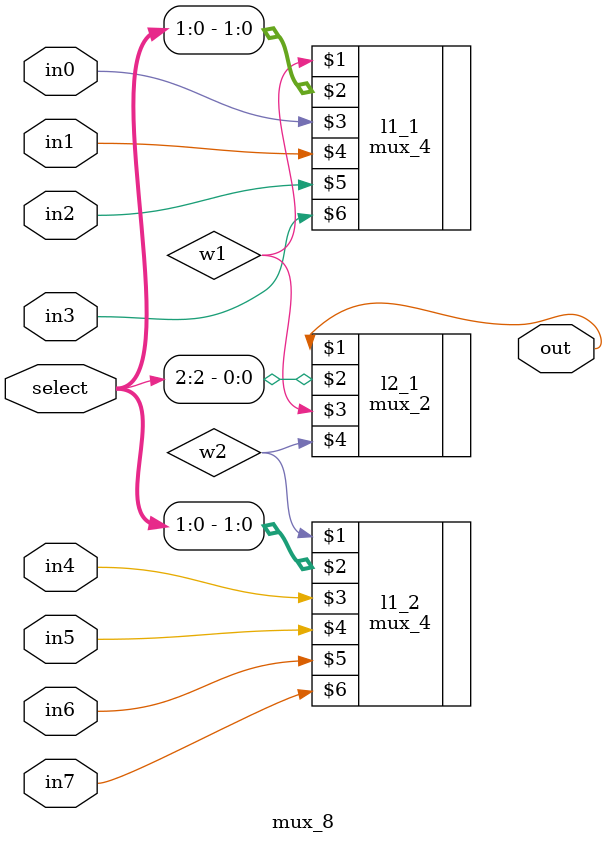
<source format=v>
module mux_8 (
    out,
    select,
    in0,
    in1,
    in2,
    in3,
    in4,
    in5,
    in6,
    in7
);
    
    input [2:0]select;
    input in0, in1, in2, in3, in4, in5, in6, in7;

    output out;

    wire w1, w2;

    mux_4 l1_1(w1, select[1:0], in0, in1, in2, in3);
    mux_4 l1_2(w2, select[1:0], in4, in5, in6, in7);

    mux_2 l2_1(out, select[2], w1, w2);

endmodule
</source>
